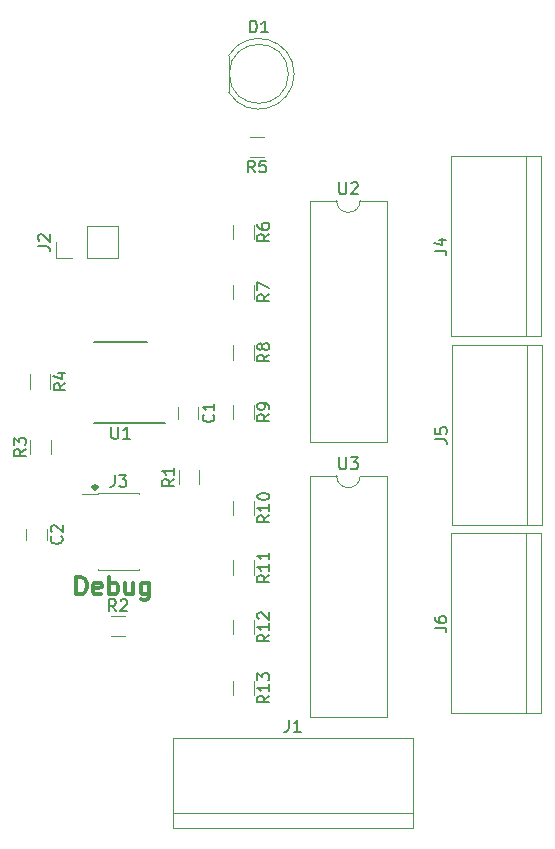
<source format=gto>
G04 #@! TF.GenerationSoftware,KiCad,Pcbnew,(5.0.0)*
G04 #@! TF.CreationDate,2018-10-17T22:36:33+03:00*
G04 #@! TF.ProjectId,psg14_emu,70736731345F656D752E6B696361645F,rev?*
G04 #@! TF.SameCoordinates,Original*
G04 #@! TF.FileFunction,Legend,Top*
G04 #@! TF.FilePolarity,Positive*
%FSLAX46Y46*%
G04 Gerber Fmt 4.6, Leading zero omitted, Abs format (unit mm)*
G04 Created by KiCad (PCBNEW (5.0.0)) date 10/17/18 22:36:33*
%MOMM*%
%LPD*%
G01*
G04 APERTURE LIST*
%ADD10C,0.300000*%
%ADD11C,0.150000*%
%ADD12C,0.120000*%
G04 APERTURE END LIST*
D10*
X70450000Y-59571428D02*
X70592857Y-59714285D01*
X70450000Y-59857142D01*
X70307142Y-59714285D01*
X70450000Y-59571428D01*
X70450000Y-59857142D01*
X68878571Y-68778571D02*
X68878571Y-67278571D01*
X69235714Y-67278571D01*
X69450000Y-67350000D01*
X69592857Y-67492857D01*
X69664285Y-67635714D01*
X69735714Y-67921428D01*
X69735714Y-68135714D01*
X69664285Y-68421428D01*
X69592857Y-68564285D01*
X69450000Y-68707142D01*
X69235714Y-68778571D01*
X68878571Y-68778571D01*
X70950000Y-68707142D02*
X70807142Y-68778571D01*
X70521428Y-68778571D01*
X70378571Y-68707142D01*
X70307142Y-68564285D01*
X70307142Y-67992857D01*
X70378571Y-67850000D01*
X70521428Y-67778571D01*
X70807142Y-67778571D01*
X70950000Y-67850000D01*
X71021428Y-67992857D01*
X71021428Y-68135714D01*
X70307142Y-68278571D01*
X71664285Y-68778571D02*
X71664285Y-67278571D01*
X71664285Y-67850000D02*
X71807142Y-67778571D01*
X72092857Y-67778571D01*
X72235714Y-67850000D01*
X72307142Y-67921428D01*
X72378571Y-68064285D01*
X72378571Y-68492857D01*
X72307142Y-68635714D01*
X72235714Y-68707142D01*
X72092857Y-68778571D01*
X71807142Y-68778571D01*
X71664285Y-68707142D01*
X73664285Y-67778571D02*
X73664285Y-68778571D01*
X73021428Y-67778571D02*
X73021428Y-68564285D01*
X73092857Y-68707142D01*
X73235714Y-68778571D01*
X73450000Y-68778571D01*
X73592857Y-68707142D01*
X73664285Y-68635714D01*
X75021428Y-67778571D02*
X75021428Y-68992857D01*
X74950000Y-69135714D01*
X74878571Y-69207142D01*
X74735714Y-69278571D01*
X74521428Y-69278571D01*
X74378571Y-69207142D01*
X75021428Y-68707142D02*
X74878571Y-68778571D01*
X74592857Y-68778571D01*
X74450000Y-68707142D01*
X74378571Y-68635714D01*
X74307142Y-68492857D01*
X74307142Y-68064285D01*
X74378571Y-67921428D01*
X74450000Y-67850000D01*
X74592857Y-67778571D01*
X74878571Y-67778571D01*
X75021428Y-67850000D01*
D11*
G04 #@! TO.C,U1*
X76350000Y-54300000D02*
X70375000Y-54300000D01*
X74825000Y-47400000D02*
X70375000Y-47400000D01*
D12*
G04 #@! TO.C,U2*
X92900000Y-35430000D02*
G75*
G02X90900000Y-35430000I-1000000J0D01*
G01*
X90900000Y-35430000D02*
X88665000Y-35430000D01*
X88665000Y-35430000D02*
X88665000Y-55870000D01*
X88665000Y-55870000D02*
X95135000Y-55870000D01*
X95135000Y-55870000D02*
X95135000Y-35430000D01*
X95135000Y-35430000D02*
X92900000Y-35430000D01*
G04 #@! TO.C,U3*
X95135000Y-58730000D02*
X92900000Y-58730000D01*
X95135000Y-79170000D02*
X95135000Y-58730000D01*
X88665000Y-79170000D02*
X95135000Y-79170000D01*
X88665000Y-58730000D02*
X88665000Y-79170000D01*
X90900000Y-58730000D02*
X88665000Y-58730000D01*
X92900000Y-58730000D02*
G75*
G02X90900000Y-58730000I-1000000J0D01*
G01*
G04 #@! TO.C,J3*
X74215000Y-66620000D02*
X74215000Y-66685000D01*
X70685000Y-66620000D02*
X70685000Y-66685000D01*
X74215000Y-60215000D02*
X74215000Y-60280000D01*
X70685000Y-60215000D02*
X70685000Y-60280000D01*
X69360000Y-60280000D02*
X70685000Y-60280000D01*
X70685000Y-66685000D02*
X74215000Y-66685000D01*
X70685000Y-60215000D02*
X74215000Y-60215000D01*
G04 #@! TO.C,C1*
X79200000Y-53900000D02*
X79200000Y-52900000D01*
X77500000Y-52900000D02*
X77500000Y-53900000D01*
G04 #@! TO.C,C2*
X64650000Y-63200000D02*
X64650000Y-64200000D01*
X66350000Y-64200000D02*
X66350000Y-63200000D01*
G04 #@! TO.C,J4*
X108210000Y-46920000D02*
X108210000Y-31680000D01*
X100590000Y-46920000D02*
X100590000Y-31680000D01*
X106940000Y-46920000D02*
X106940000Y-31680000D01*
X108210000Y-31680000D02*
X100590000Y-31680000D01*
X108210000Y-46920000D02*
X100590000Y-46920000D01*
G04 #@! TO.C,J5*
X108260000Y-62890000D02*
X100640000Y-62890000D01*
X108260000Y-47650000D02*
X100640000Y-47650000D01*
X106990000Y-62890000D02*
X106990000Y-47650000D01*
X100640000Y-62890000D02*
X100640000Y-47650000D01*
X108260000Y-62890000D02*
X108260000Y-47650000D01*
G04 #@! TO.C,J6*
X108210000Y-78860000D02*
X108210000Y-63620000D01*
X100590000Y-78860000D02*
X100590000Y-63620000D01*
X106940000Y-78860000D02*
X106940000Y-63620000D01*
X108210000Y-63620000D02*
X100590000Y-63620000D01*
X108210000Y-78860000D02*
X100590000Y-78860000D01*
G04 #@! TO.C,J1*
X77060000Y-88560000D02*
X97380000Y-88560000D01*
X77060000Y-80940000D02*
X97380000Y-80940000D01*
X97380000Y-87290000D02*
X77060000Y-87290000D01*
X97380000Y-88560000D02*
X97380000Y-80940000D01*
X77060000Y-80940000D02*
X77060000Y-88560000D01*
G04 #@! TO.C,D1*
X81760000Y-23155000D02*
X81760000Y-26245000D01*
X86820000Y-24700000D02*
G75*
G03X86820000Y-24700000I-2500000J0D01*
G01*
X87310000Y-24699538D02*
G75*
G02X81760000Y-26244830I-2990000J-462D01*
G01*
X87310000Y-24700462D02*
G75*
G03X81760000Y-23155170I-2990000J462D01*
G01*
G04 #@! TO.C,J2*
X67170000Y-40280000D02*
X67170000Y-38950000D01*
X68500000Y-40280000D02*
X67170000Y-40280000D01*
X69770000Y-40280000D02*
X69770000Y-37620000D01*
X69770000Y-37620000D02*
X72370000Y-37620000D01*
X69770000Y-40280000D02*
X72370000Y-40280000D01*
X72370000Y-40280000D02*
X72370000Y-37620000D01*
G04 #@! TO.C,R3*
X64970000Y-56900000D02*
X64970000Y-55700000D01*
X66730000Y-55700000D02*
X66730000Y-56900000D01*
G04 #@! TO.C,R9*
X82170000Y-53950000D02*
X82170000Y-52750000D01*
X83930000Y-52750000D02*
X83930000Y-53950000D01*
G04 #@! TO.C,R13*
X83930000Y-76100000D02*
X83930000Y-77300000D01*
X82170000Y-77300000D02*
X82170000Y-76100000D01*
G04 #@! TO.C,R12*
X82170000Y-72150000D02*
X82170000Y-70950000D01*
X83930000Y-70950000D02*
X83930000Y-72150000D01*
G04 #@! TO.C,R11*
X83930000Y-65900000D02*
X83930000Y-67100000D01*
X82170000Y-67100000D02*
X82170000Y-65900000D01*
G04 #@! TO.C,R10*
X82170000Y-62050000D02*
X82170000Y-60850000D01*
X83930000Y-60850000D02*
X83930000Y-62050000D01*
G04 #@! TO.C,R8*
X83930000Y-47700000D02*
X83930000Y-48900000D01*
X82170000Y-48900000D02*
X82170000Y-47700000D01*
G04 #@! TO.C,R7*
X82170000Y-43800000D02*
X82170000Y-42600000D01*
X83930000Y-42600000D02*
X83930000Y-43800000D01*
G04 #@! TO.C,R6*
X83930000Y-37500000D02*
X83930000Y-38700000D01*
X82170000Y-38700000D02*
X82170000Y-37500000D01*
G04 #@! TO.C,R5*
X83550000Y-30020000D02*
X84750000Y-30020000D01*
X84750000Y-31780000D02*
X83550000Y-31780000D01*
G04 #@! TO.C,R4*
X66680000Y-50150000D02*
X66680000Y-51350000D01*
X64920000Y-51350000D02*
X64920000Y-50150000D01*
G04 #@! TO.C,R1*
X79280000Y-58250000D02*
X79280000Y-59450000D01*
X77520000Y-59450000D02*
X77520000Y-58250000D01*
G04 #@! TO.C,R2*
X71800000Y-70570000D02*
X73000000Y-70570000D01*
X73000000Y-72330000D02*
X71800000Y-72330000D01*
G04 #@! TO.C,U1*
D11*
X71838095Y-54602380D02*
X71838095Y-55411904D01*
X71885714Y-55507142D01*
X71933333Y-55554761D01*
X72028571Y-55602380D01*
X72219047Y-55602380D01*
X72314285Y-55554761D01*
X72361904Y-55507142D01*
X72409523Y-55411904D01*
X72409523Y-54602380D01*
X73409523Y-55602380D02*
X72838095Y-55602380D01*
X73123809Y-55602380D02*
X73123809Y-54602380D01*
X73028571Y-54745238D01*
X72933333Y-54840476D01*
X72838095Y-54888095D01*
G04 #@! TO.C,U2*
X91138095Y-33882380D02*
X91138095Y-34691904D01*
X91185714Y-34787142D01*
X91233333Y-34834761D01*
X91328571Y-34882380D01*
X91519047Y-34882380D01*
X91614285Y-34834761D01*
X91661904Y-34787142D01*
X91709523Y-34691904D01*
X91709523Y-33882380D01*
X92138095Y-33977619D02*
X92185714Y-33930000D01*
X92280952Y-33882380D01*
X92519047Y-33882380D01*
X92614285Y-33930000D01*
X92661904Y-33977619D01*
X92709523Y-34072857D01*
X92709523Y-34168095D01*
X92661904Y-34310952D01*
X92090476Y-34882380D01*
X92709523Y-34882380D01*
G04 #@! TO.C,U3*
X91138095Y-57182380D02*
X91138095Y-57991904D01*
X91185714Y-58087142D01*
X91233333Y-58134761D01*
X91328571Y-58182380D01*
X91519047Y-58182380D01*
X91614285Y-58134761D01*
X91661904Y-58087142D01*
X91709523Y-57991904D01*
X91709523Y-57182380D01*
X92090476Y-57182380D02*
X92709523Y-57182380D01*
X92376190Y-57563333D01*
X92519047Y-57563333D01*
X92614285Y-57610952D01*
X92661904Y-57658571D01*
X92709523Y-57753809D01*
X92709523Y-57991904D01*
X92661904Y-58087142D01*
X92614285Y-58134761D01*
X92519047Y-58182380D01*
X92233333Y-58182380D01*
X92138095Y-58134761D01*
X92090476Y-58087142D01*
G04 #@! TO.C,J3*
X72116666Y-58667380D02*
X72116666Y-59381666D01*
X72069047Y-59524523D01*
X71973809Y-59619761D01*
X71830952Y-59667380D01*
X71735714Y-59667380D01*
X72497619Y-58667380D02*
X73116666Y-58667380D01*
X72783333Y-59048333D01*
X72926190Y-59048333D01*
X73021428Y-59095952D01*
X73069047Y-59143571D01*
X73116666Y-59238809D01*
X73116666Y-59476904D01*
X73069047Y-59572142D01*
X73021428Y-59619761D01*
X72926190Y-59667380D01*
X72640476Y-59667380D01*
X72545238Y-59619761D01*
X72497619Y-59572142D01*
G04 #@! TO.C,C1*
X80457142Y-53566666D02*
X80504761Y-53614285D01*
X80552380Y-53757142D01*
X80552380Y-53852380D01*
X80504761Y-53995238D01*
X80409523Y-54090476D01*
X80314285Y-54138095D01*
X80123809Y-54185714D01*
X79980952Y-54185714D01*
X79790476Y-54138095D01*
X79695238Y-54090476D01*
X79600000Y-53995238D01*
X79552380Y-53852380D01*
X79552380Y-53757142D01*
X79600000Y-53614285D01*
X79647619Y-53566666D01*
X80552380Y-52614285D02*
X80552380Y-53185714D01*
X80552380Y-52900000D02*
X79552380Y-52900000D01*
X79695238Y-52995238D01*
X79790476Y-53090476D01*
X79838095Y-53185714D01*
G04 #@! TO.C,C2*
X67607142Y-63866666D02*
X67654761Y-63914285D01*
X67702380Y-64057142D01*
X67702380Y-64152380D01*
X67654761Y-64295238D01*
X67559523Y-64390476D01*
X67464285Y-64438095D01*
X67273809Y-64485714D01*
X67130952Y-64485714D01*
X66940476Y-64438095D01*
X66845238Y-64390476D01*
X66750000Y-64295238D01*
X66702380Y-64152380D01*
X66702380Y-64057142D01*
X66750000Y-63914285D01*
X66797619Y-63866666D01*
X66797619Y-63485714D02*
X66750000Y-63438095D01*
X66702380Y-63342857D01*
X66702380Y-63104761D01*
X66750000Y-63009523D01*
X66797619Y-62961904D01*
X66892857Y-62914285D01*
X66988095Y-62914285D01*
X67130952Y-62961904D01*
X67702380Y-63533333D01*
X67702380Y-62914285D01*
G04 #@! TO.C,J4*
X99202380Y-39663333D02*
X99916666Y-39663333D01*
X100059523Y-39710952D01*
X100154761Y-39806190D01*
X100202380Y-39949047D01*
X100202380Y-40044285D01*
X99535714Y-38758571D02*
X100202380Y-38758571D01*
X99154761Y-38996666D02*
X99869047Y-39234761D01*
X99869047Y-38615714D01*
G04 #@! TO.C,J5*
X99252380Y-55633333D02*
X99966666Y-55633333D01*
X100109523Y-55680952D01*
X100204761Y-55776190D01*
X100252380Y-55919047D01*
X100252380Y-56014285D01*
X99252380Y-54680952D02*
X99252380Y-55157142D01*
X99728571Y-55204761D01*
X99680952Y-55157142D01*
X99633333Y-55061904D01*
X99633333Y-54823809D01*
X99680952Y-54728571D01*
X99728571Y-54680952D01*
X99823809Y-54633333D01*
X100061904Y-54633333D01*
X100157142Y-54680952D01*
X100204761Y-54728571D01*
X100252380Y-54823809D01*
X100252380Y-55061904D01*
X100204761Y-55157142D01*
X100157142Y-55204761D01*
G04 #@! TO.C,J6*
X99202380Y-71603333D02*
X99916666Y-71603333D01*
X100059523Y-71650952D01*
X100154761Y-71746190D01*
X100202380Y-71889047D01*
X100202380Y-71984285D01*
X99202380Y-70698571D02*
X99202380Y-70889047D01*
X99250000Y-70984285D01*
X99297619Y-71031904D01*
X99440476Y-71127142D01*
X99630952Y-71174761D01*
X100011904Y-71174761D01*
X100107142Y-71127142D01*
X100154761Y-71079523D01*
X100202380Y-70984285D01*
X100202380Y-70793809D01*
X100154761Y-70698571D01*
X100107142Y-70650952D01*
X100011904Y-70603333D01*
X99773809Y-70603333D01*
X99678571Y-70650952D01*
X99630952Y-70698571D01*
X99583333Y-70793809D01*
X99583333Y-70984285D01*
X99630952Y-71079523D01*
X99678571Y-71127142D01*
X99773809Y-71174761D01*
G04 #@! TO.C,J1*
X86866666Y-79402380D02*
X86866666Y-80116666D01*
X86819047Y-80259523D01*
X86723809Y-80354761D01*
X86580952Y-80402380D01*
X86485714Y-80402380D01*
X87866666Y-80402380D02*
X87295238Y-80402380D01*
X87580952Y-80402380D02*
X87580952Y-79402380D01*
X87485714Y-79545238D01*
X87390476Y-79640476D01*
X87295238Y-79688095D01*
G04 #@! TO.C,D1*
X83581904Y-21192380D02*
X83581904Y-20192380D01*
X83820000Y-20192380D01*
X83962857Y-20240000D01*
X84058095Y-20335238D01*
X84105714Y-20430476D01*
X84153333Y-20620952D01*
X84153333Y-20763809D01*
X84105714Y-20954285D01*
X84058095Y-21049523D01*
X83962857Y-21144761D01*
X83820000Y-21192380D01*
X83581904Y-21192380D01*
X85105714Y-21192380D02*
X84534285Y-21192380D01*
X84820000Y-21192380D02*
X84820000Y-20192380D01*
X84724761Y-20335238D01*
X84629523Y-20430476D01*
X84534285Y-20478095D01*
G04 #@! TO.C,J2*
X65622380Y-39283333D02*
X66336666Y-39283333D01*
X66479523Y-39330952D01*
X66574761Y-39426190D01*
X66622380Y-39569047D01*
X66622380Y-39664285D01*
X65717619Y-38854761D02*
X65670000Y-38807142D01*
X65622380Y-38711904D01*
X65622380Y-38473809D01*
X65670000Y-38378571D01*
X65717619Y-38330952D01*
X65812857Y-38283333D01*
X65908095Y-38283333D01*
X66050952Y-38330952D01*
X66622380Y-38902380D01*
X66622380Y-38283333D01*
G04 #@! TO.C,R3*
X64602380Y-56466666D02*
X64126190Y-56800000D01*
X64602380Y-57038095D02*
X63602380Y-57038095D01*
X63602380Y-56657142D01*
X63650000Y-56561904D01*
X63697619Y-56514285D01*
X63792857Y-56466666D01*
X63935714Y-56466666D01*
X64030952Y-56514285D01*
X64078571Y-56561904D01*
X64126190Y-56657142D01*
X64126190Y-57038095D01*
X63602380Y-56133333D02*
X63602380Y-55514285D01*
X63983333Y-55847619D01*
X63983333Y-55704761D01*
X64030952Y-55609523D01*
X64078571Y-55561904D01*
X64173809Y-55514285D01*
X64411904Y-55514285D01*
X64507142Y-55561904D01*
X64554761Y-55609523D01*
X64602380Y-55704761D01*
X64602380Y-55990476D01*
X64554761Y-56085714D01*
X64507142Y-56133333D01*
G04 #@! TO.C,R9*
X85202380Y-53516666D02*
X84726190Y-53850000D01*
X85202380Y-54088095D02*
X84202380Y-54088095D01*
X84202380Y-53707142D01*
X84250000Y-53611904D01*
X84297619Y-53564285D01*
X84392857Y-53516666D01*
X84535714Y-53516666D01*
X84630952Y-53564285D01*
X84678571Y-53611904D01*
X84726190Y-53707142D01*
X84726190Y-54088095D01*
X85202380Y-53040476D02*
X85202380Y-52850000D01*
X85154761Y-52754761D01*
X85107142Y-52707142D01*
X84964285Y-52611904D01*
X84773809Y-52564285D01*
X84392857Y-52564285D01*
X84297619Y-52611904D01*
X84250000Y-52659523D01*
X84202380Y-52754761D01*
X84202380Y-52945238D01*
X84250000Y-53040476D01*
X84297619Y-53088095D01*
X84392857Y-53135714D01*
X84630952Y-53135714D01*
X84726190Y-53088095D01*
X84773809Y-53040476D01*
X84821428Y-52945238D01*
X84821428Y-52754761D01*
X84773809Y-52659523D01*
X84726190Y-52611904D01*
X84630952Y-52564285D01*
G04 #@! TO.C,R13*
X85202380Y-77342857D02*
X84726190Y-77676190D01*
X85202380Y-77914285D02*
X84202380Y-77914285D01*
X84202380Y-77533333D01*
X84250000Y-77438095D01*
X84297619Y-77390476D01*
X84392857Y-77342857D01*
X84535714Y-77342857D01*
X84630952Y-77390476D01*
X84678571Y-77438095D01*
X84726190Y-77533333D01*
X84726190Y-77914285D01*
X85202380Y-76390476D02*
X85202380Y-76961904D01*
X85202380Y-76676190D02*
X84202380Y-76676190D01*
X84345238Y-76771428D01*
X84440476Y-76866666D01*
X84488095Y-76961904D01*
X84202380Y-76057142D02*
X84202380Y-75438095D01*
X84583333Y-75771428D01*
X84583333Y-75628571D01*
X84630952Y-75533333D01*
X84678571Y-75485714D01*
X84773809Y-75438095D01*
X85011904Y-75438095D01*
X85107142Y-75485714D01*
X85154761Y-75533333D01*
X85202380Y-75628571D01*
X85202380Y-75914285D01*
X85154761Y-76009523D01*
X85107142Y-76057142D01*
G04 #@! TO.C,R12*
X85202380Y-72192857D02*
X84726190Y-72526190D01*
X85202380Y-72764285D02*
X84202380Y-72764285D01*
X84202380Y-72383333D01*
X84250000Y-72288095D01*
X84297619Y-72240476D01*
X84392857Y-72192857D01*
X84535714Y-72192857D01*
X84630952Y-72240476D01*
X84678571Y-72288095D01*
X84726190Y-72383333D01*
X84726190Y-72764285D01*
X85202380Y-71240476D02*
X85202380Y-71811904D01*
X85202380Y-71526190D02*
X84202380Y-71526190D01*
X84345238Y-71621428D01*
X84440476Y-71716666D01*
X84488095Y-71811904D01*
X84297619Y-70859523D02*
X84250000Y-70811904D01*
X84202380Y-70716666D01*
X84202380Y-70478571D01*
X84250000Y-70383333D01*
X84297619Y-70335714D01*
X84392857Y-70288095D01*
X84488095Y-70288095D01*
X84630952Y-70335714D01*
X85202380Y-70907142D01*
X85202380Y-70288095D01*
G04 #@! TO.C,R11*
X85202380Y-67142857D02*
X84726190Y-67476190D01*
X85202380Y-67714285D02*
X84202380Y-67714285D01*
X84202380Y-67333333D01*
X84250000Y-67238095D01*
X84297619Y-67190476D01*
X84392857Y-67142857D01*
X84535714Y-67142857D01*
X84630952Y-67190476D01*
X84678571Y-67238095D01*
X84726190Y-67333333D01*
X84726190Y-67714285D01*
X85202380Y-66190476D02*
X85202380Y-66761904D01*
X85202380Y-66476190D02*
X84202380Y-66476190D01*
X84345238Y-66571428D01*
X84440476Y-66666666D01*
X84488095Y-66761904D01*
X85202380Y-65238095D02*
X85202380Y-65809523D01*
X85202380Y-65523809D02*
X84202380Y-65523809D01*
X84345238Y-65619047D01*
X84440476Y-65714285D01*
X84488095Y-65809523D01*
G04 #@! TO.C,R10*
X85202380Y-62092857D02*
X84726190Y-62426190D01*
X85202380Y-62664285D02*
X84202380Y-62664285D01*
X84202380Y-62283333D01*
X84250000Y-62188095D01*
X84297619Y-62140476D01*
X84392857Y-62092857D01*
X84535714Y-62092857D01*
X84630952Y-62140476D01*
X84678571Y-62188095D01*
X84726190Y-62283333D01*
X84726190Y-62664285D01*
X85202380Y-61140476D02*
X85202380Y-61711904D01*
X85202380Y-61426190D02*
X84202380Y-61426190D01*
X84345238Y-61521428D01*
X84440476Y-61616666D01*
X84488095Y-61711904D01*
X84202380Y-60521428D02*
X84202380Y-60426190D01*
X84250000Y-60330952D01*
X84297619Y-60283333D01*
X84392857Y-60235714D01*
X84583333Y-60188095D01*
X84821428Y-60188095D01*
X85011904Y-60235714D01*
X85107142Y-60283333D01*
X85154761Y-60330952D01*
X85202380Y-60426190D01*
X85202380Y-60521428D01*
X85154761Y-60616666D01*
X85107142Y-60664285D01*
X85011904Y-60711904D01*
X84821428Y-60759523D01*
X84583333Y-60759523D01*
X84392857Y-60711904D01*
X84297619Y-60664285D01*
X84250000Y-60616666D01*
X84202380Y-60521428D01*
G04 #@! TO.C,R8*
X85202380Y-48466666D02*
X84726190Y-48800000D01*
X85202380Y-49038095D02*
X84202380Y-49038095D01*
X84202380Y-48657142D01*
X84250000Y-48561904D01*
X84297619Y-48514285D01*
X84392857Y-48466666D01*
X84535714Y-48466666D01*
X84630952Y-48514285D01*
X84678571Y-48561904D01*
X84726190Y-48657142D01*
X84726190Y-49038095D01*
X84630952Y-47895238D02*
X84583333Y-47990476D01*
X84535714Y-48038095D01*
X84440476Y-48085714D01*
X84392857Y-48085714D01*
X84297619Y-48038095D01*
X84250000Y-47990476D01*
X84202380Y-47895238D01*
X84202380Y-47704761D01*
X84250000Y-47609523D01*
X84297619Y-47561904D01*
X84392857Y-47514285D01*
X84440476Y-47514285D01*
X84535714Y-47561904D01*
X84583333Y-47609523D01*
X84630952Y-47704761D01*
X84630952Y-47895238D01*
X84678571Y-47990476D01*
X84726190Y-48038095D01*
X84821428Y-48085714D01*
X85011904Y-48085714D01*
X85107142Y-48038095D01*
X85154761Y-47990476D01*
X85202380Y-47895238D01*
X85202380Y-47704761D01*
X85154761Y-47609523D01*
X85107142Y-47561904D01*
X85011904Y-47514285D01*
X84821428Y-47514285D01*
X84726190Y-47561904D01*
X84678571Y-47609523D01*
X84630952Y-47704761D01*
G04 #@! TO.C,R7*
X85202380Y-43366666D02*
X84726190Y-43700000D01*
X85202380Y-43938095D02*
X84202380Y-43938095D01*
X84202380Y-43557142D01*
X84250000Y-43461904D01*
X84297619Y-43414285D01*
X84392857Y-43366666D01*
X84535714Y-43366666D01*
X84630952Y-43414285D01*
X84678571Y-43461904D01*
X84726190Y-43557142D01*
X84726190Y-43938095D01*
X84202380Y-43033333D02*
X84202380Y-42366666D01*
X85202380Y-42795238D01*
G04 #@! TO.C,R6*
X85202380Y-38266666D02*
X84726190Y-38600000D01*
X85202380Y-38838095D02*
X84202380Y-38838095D01*
X84202380Y-38457142D01*
X84250000Y-38361904D01*
X84297619Y-38314285D01*
X84392857Y-38266666D01*
X84535714Y-38266666D01*
X84630952Y-38314285D01*
X84678571Y-38361904D01*
X84726190Y-38457142D01*
X84726190Y-38838095D01*
X84202380Y-37409523D02*
X84202380Y-37600000D01*
X84250000Y-37695238D01*
X84297619Y-37742857D01*
X84440476Y-37838095D01*
X84630952Y-37885714D01*
X85011904Y-37885714D01*
X85107142Y-37838095D01*
X85154761Y-37790476D01*
X85202380Y-37695238D01*
X85202380Y-37504761D01*
X85154761Y-37409523D01*
X85107142Y-37361904D01*
X85011904Y-37314285D01*
X84773809Y-37314285D01*
X84678571Y-37361904D01*
X84630952Y-37409523D01*
X84583333Y-37504761D01*
X84583333Y-37695238D01*
X84630952Y-37790476D01*
X84678571Y-37838095D01*
X84773809Y-37885714D01*
G04 #@! TO.C,R5*
X83983333Y-33052380D02*
X83650000Y-32576190D01*
X83411904Y-33052380D02*
X83411904Y-32052380D01*
X83792857Y-32052380D01*
X83888095Y-32100000D01*
X83935714Y-32147619D01*
X83983333Y-32242857D01*
X83983333Y-32385714D01*
X83935714Y-32480952D01*
X83888095Y-32528571D01*
X83792857Y-32576190D01*
X83411904Y-32576190D01*
X84888095Y-32052380D02*
X84411904Y-32052380D01*
X84364285Y-32528571D01*
X84411904Y-32480952D01*
X84507142Y-32433333D01*
X84745238Y-32433333D01*
X84840476Y-32480952D01*
X84888095Y-32528571D01*
X84935714Y-32623809D01*
X84935714Y-32861904D01*
X84888095Y-32957142D01*
X84840476Y-33004761D01*
X84745238Y-33052380D01*
X84507142Y-33052380D01*
X84411904Y-33004761D01*
X84364285Y-32957142D01*
G04 #@! TO.C,R4*
X67952380Y-50916666D02*
X67476190Y-51250000D01*
X67952380Y-51488095D02*
X66952380Y-51488095D01*
X66952380Y-51107142D01*
X67000000Y-51011904D01*
X67047619Y-50964285D01*
X67142857Y-50916666D01*
X67285714Y-50916666D01*
X67380952Y-50964285D01*
X67428571Y-51011904D01*
X67476190Y-51107142D01*
X67476190Y-51488095D01*
X67285714Y-50059523D02*
X67952380Y-50059523D01*
X66904761Y-50297619D02*
X67619047Y-50535714D01*
X67619047Y-49916666D01*
G04 #@! TO.C,R1*
X77152380Y-59016666D02*
X76676190Y-59350000D01*
X77152380Y-59588095D02*
X76152380Y-59588095D01*
X76152380Y-59207142D01*
X76200000Y-59111904D01*
X76247619Y-59064285D01*
X76342857Y-59016666D01*
X76485714Y-59016666D01*
X76580952Y-59064285D01*
X76628571Y-59111904D01*
X76676190Y-59207142D01*
X76676190Y-59588095D01*
X77152380Y-58064285D02*
X77152380Y-58635714D01*
X77152380Y-58350000D02*
X76152380Y-58350000D01*
X76295238Y-58445238D01*
X76390476Y-58540476D01*
X76438095Y-58635714D01*
G04 #@! TO.C,R2*
X72233333Y-70202380D02*
X71900000Y-69726190D01*
X71661904Y-70202380D02*
X71661904Y-69202380D01*
X72042857Y-69202380D01*
X72138095Y-69250000D01*
X72185714Y-69297619D01*
X72233333Y-69392857D01*
X72233333Y-69535714D01*
X72185714Y-69630952D01*
X72138095Y-69678571D01*
X72042857Y-69726190D01*
X71661904Y-69726190D01*
X72614285Y-69297619D02*
X72661904Y-69250000D01*
X72757142Y-69202380D01*
X72995238Y-69202380D01*
X73090476Y-69250000D01*
X73138095Y-69297619D01*
X73185714Y-69392857D01*
X73185714Y-69488095D01*
X73138095Y-69630952D01*
X72566666Y-70202380D01*
X73185714Y-70202380D01*
G04 #@! TD*
M02*

</source>
